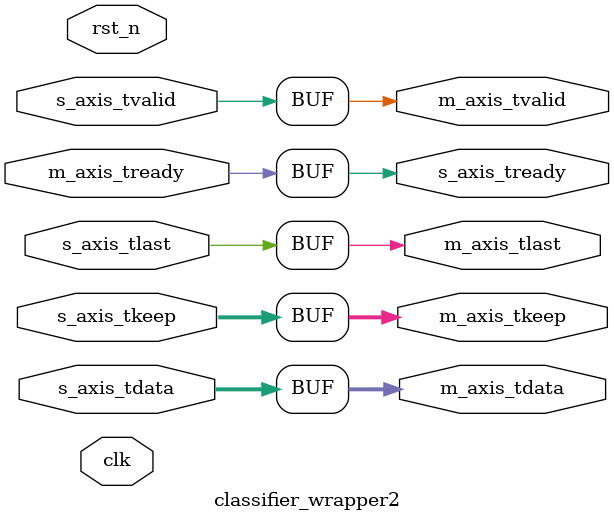
<source format=v>
module classifier_wrapper2 #(
    parameter DATA_WIDTH = 32,
    parameter KEEP_WIDTH = 4
)(
    input wire clk,
    input wire rst_n,

    // AXI-Stream input interface
    input wire [DATA_WIDTH-1:0] s_axis_tdata,
    input wire [KEEP_WIDTH-1:0] s_axis_tkeep,
    input wire                  s_axis_tvalid,
    output wire                 s_axis_tready,
    input wire                  s_axis_tlast,

    // AXI-Stream output interface
    output wire [DATA_WIDTH-1:0] m_axis_tdata,
    output wire [KEEP_WIDTH-1:0] m_axis_tkeep,
    output wire                  m_axis_tvalid,
    input wire                   m_axis_tready,
    output wire                  m_axis_tlast
);

    // For now, simply pass through the AXI-Stream signals
    assign m_axis_tdata  = s_axis_tdata;
    assign m_axis_tkeep  = s_axis_tkeep;
    assign m_axis_tvalid = s_axis_tvalid;
    assign s_axis_tready = m_axis_tready;
    assign m_axis_tlast  = s_axis_tlast;

endmodule


</source>
